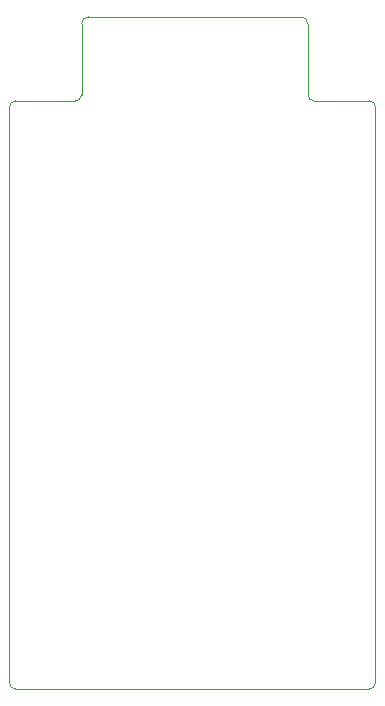
<source format=gbr>
%TF.GenerationSoftware,KiCad,Pcbnew,9.0.5*%
%TF.CreationDate,2025-10-26T01:34:21+08:00*%
%TF.ProjectId,KiCAD_Proj (ESP32),4b694341-445f-4507-926f-6a2028455350,rev?*%
%TF.SameCoordinates,Original*%
%TF.FileFunction,Profile,NP*%
%FSLAX46Y46*%
G04 Gerber Fmt 4.6, Leading zero omitted, Abs format (unit mm)*
G04 Created by KiCad (PCBNEW 9.0.5) date 2025-10-26 01:34:21*
%MOMM*%
%LPD*%
G01*
G04 APERTURE LIST*
%TA.AperFunction,Profile*%
%ADD10C,0.050000*%
%TD*%
G04 APERTURE END LIST*
D10*
X137926500Y-66371000D02*
X137926500Y-72390000D01*
X137414000Y-72898002D02*
X132334000Y-72898002D01*
X132334000Y-122682000D02*
G75*
G02*
X131826000Y-122174000I0J508000D01*
G01*
X156511500Y-65786000D02*
G75*
G02*
X157096500Y-66371000I0J-585000D01*
G01*
X131826000Y-73406000D02*
G75*
G02*
X132334000Y-72898000I508000J0D01*
G01*
X137922000Y-72390000D02*
G75*
G02*
X137414001Y-72898000I-508000J0D01*
G01*
X131826000Y-73406000D02*
X131826000Y-122174000D01*
X156511500Y-65786000D02*
X138511500Y-65786000D01*
X157604500Y-72897999D02*
X162306000Y-72897999D01*
X162306000Y-122682000D02*
X132334000Y-122682000D01*
X162814000Y-122174000D02*
X162814000Y-73406000D01*
X157096501Y-72390000D02*
X157096501Y-66371000D01*
X137926500Y-66371000D02*
G75*
G02*
X138511500Y-65786000I585000J0D01*
G01*
X157604502Y-72897999D02*
G75*
G02*
X157096501Y-72390000I-2J507999D01*
G01*
X162306000Y-72897999D02*
G75*
G02*
X162814001Y-73405999I0J-508001D01*
G01*
X162814000Y-122174000D02*
G75*
G02*
X162306000Y-122682000I-508000J0D01*
G01*
M02*

</source>
